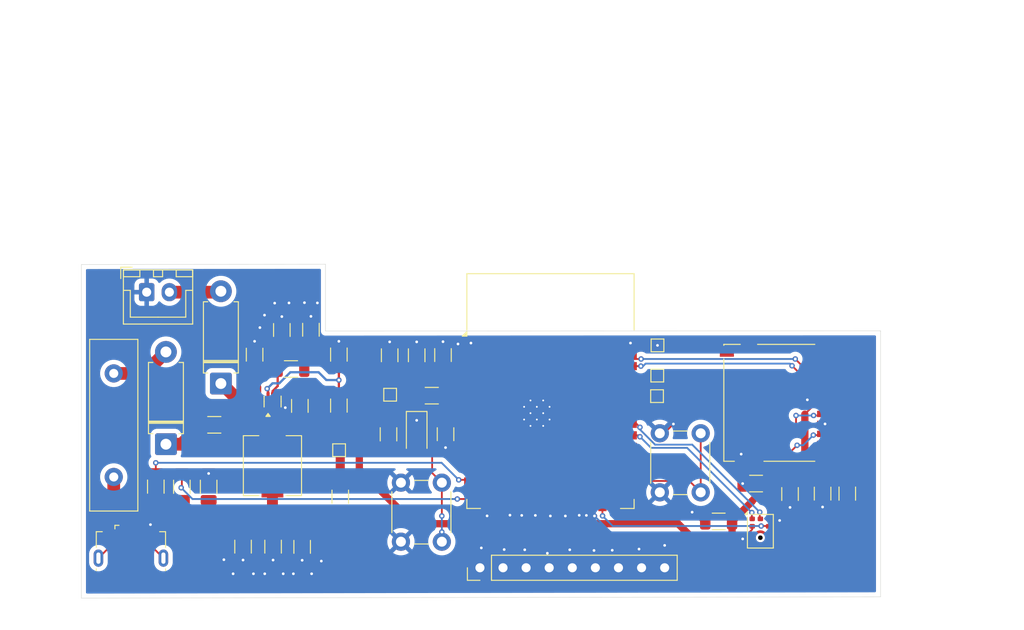
<source format=kicad_pcb>
(kicad_pcb (version 20241229) (generator "pcbnew") (generator_version "9.0")
  (layers (0 "F.Cu" signal) (2 "B.Cu" signal) (13 "F.Paste" user) (15 "B.Paste" user) (5 "F.SilkS" user "F.Silkscreen") (7 "B.SilkS" user "B.Silkscreen") (1 "F.Mask" user) (3 "B.Mask" user) (25 "Edge.Cuts" user))
  (net 0 "")
  (net 1 "GND")
  (net 2 "Net-(D1-K)")
  (net 3 "Net-(U1-SW)")
  (net 4 "Net-(U1-BST)")
  (net 5 "Net-(C5-Pad1)")
  (net 6 "Net-(D1-A)")
  (net 7 "Net-(D2-A)")
  (net 8 "Net-(D2-K)")
  (net 9 "Net-(J1-VBUS)")
  (net 10 "Net-(J1-Shield)")
  (net 11 "Net-(J1-D+)")
  (net 13 "D-")
  (net 14 "D+")
  (net 15 "Net-(U1-FB)")
  (net 16 "Net-(U1-EN)")
  (net 17 "V_BUCK_3V3")
  (net 18 "Net-(J1-D-)")
  (net 19 "EN")
  (net 20 "Net-(D3-A)")
  (net 21 "IO_0_BOOT")
  (net 22 "IO_46_STRAP")
  (net 23 "IO_45_STRAP")
  (net 24 "UART_TX")
  (net 25 "UART_RX")
  (net 26 "IO_6")
  (net 27 "IO_18")
  (net 28 "IO_10")
  (net 29 "IO_12")
  (net 30 "IO_17")
  (net 31 "IO_16")
  (net 32 "IO_5")
  (net 33 "IO_21")
  (net 34 "IO_40")
  (net 35 "IO_4")
  (net 36 "IO_14")
  (net 37 "IO_8")
  (net 38 "IO_47")
  (net 39 "IO_2")
  (net 40 "IO_39")
  (net 41 "IO_3")
  (net 42 "IO_15")
  (net 43 "PSRAM_IO38 (NC)")
  (net 44 "IO_42")
  (net 45 "IO_7")
  (net 46 "PSRAM_IO37 (NC)")
  (net 47 "IO_9")
  (net 48 "IO_41")
  (net 49 "IO_11")
  (net 50 "PSRAM_IO35 (NC)")
  (net 51 "IO_13")
  (net 52 "PSRAM_IO36 (NC)")
  (net 54 "CS")
  (net 56 "IO_48")
  (footprint "Resistor_SMD:R_1206_3216Metric" (layer "F.Cu") (at 60.9854 164.592 90)
    (property "Reference" "R3" (hide yes))
    (property "Value" "82K" (hide yes))
  )
  (footprint "Capacitor_SMD:C_1206_3216Metric" (layer "F.Cu") (at 72.4408 164.6446 90)
    (property "Reference" "C8" (hide yes))
    (property "Value" "0.1uF" (hide yes))
  )
  (footprint "Resistor_SMD:R_1206_3216Metric" (layer "F.Cu") (at 61.1378 180.2384 90)
    (property "Reference" "R7" (hide yes))
    (property "Value" "0" (hide yes))
  )
  (footprint "Capacitor_SMD:C_1206_3216Metric" (layer "F.Cu") (at 56.6928 170.2397 -90)
    (property "Reference" "C4" (hide yes))
    (property "Value" "0.1uF" (hide yes))
  )
  (footprint "Inductor_SMD:L_6.3x6.3_H3" (layer "F.Cu") (at 53.6782 176.8193 -90)
    (property "Reference" "L1" (hide yes))
    (property "Value" "1uH" (hide yes))
  )
  (footprint "Resistor_SMD:R_1206_3216Metric" (layer "F.Cu") (at 60.9854 170.2054 -90)
    (property "Reference" "R4" (hide yes))
    (property "Value" "390K" (hide yes))
  )
  (footprint "Connector_JST:JST_XH_B2B-XH-A_1x02_P2.50mm_Vertical" (layer "F.Cu") (at 39.8418 157.7193)
    (property "Reference" "J2" (hide yes))
    (property "Value" "Conn_01x02" (hide yes))
  )
  (footprint "Capacitor_SMD:C_1206_3216Metric" (layer "F.Cu") (at 102.7666 182.9562 180)
    (property "Reference" "C12" (hide yes))
    (property "Value" "1uF" (hide yes))
  )
  (footprint "Resistor_SMD:R_1206_3216Metric" (layer "F.Cu") (at 47.2801 172.3243 180)
    (property "Reference" "R8" (hide yes))
    (property "Value" "0" (hide yes))
  )
  (footprint "Button_Switch_THT:SW_PUSH_6mm" (layer "F.Cu") (at 96.2914 179.7558 90)
    (property "Reference" "SW2" (hide yes))
    (property "Value" "SW_Push" (hide yes))
  )
  (footprint "Resistor_SMD:R_1206_3216Metric" (layer "F.Cu") (at 66.4464 173.3697 -90)
    (property "Reference" "R11" (hide yes))
    (property "Value" "1K" (hide yes))
  )
  (footprint "Capacitor_SMD:C_1206_3216Metric" (layer "F.Cu") (at 53.7486 185.7373 -90)
    (property "Reference" "C5" (hide yes))
    (property "Value" "0.1uF" (hide yes))
  )
  (footprint "Capacitor_SMD:C_1206_3216Metric" (layer "F.Cu") (at 69.5452 164.6664 90)
    (property "Reference" "C11" (hide yes))
    (property "Value" "0.1uF" (hide yes))
  )
  (footprint "Capacitor_SMD:C_1206_3216Metric" (layer "F.Cu") (at 110.6174 179.9412 -90)
    (property "Reference" "C14" (hide yes))
    (property "Value" "10uF" (hide yes))
  )
  (footprint "LED_SMD:LED_1206_3216Metric_Pad1.42x1.75mm_HandSolder" (layer "F.Cu") (at 69.5452 173.3153 -90)
    (property "Reference" "D3" (hide yes))
    (property "Value" "LED" (hide yes))
  )
  (footprint "Button_Switch_THT:SW_PUSH_6mm" (layer "F.Cu") (at 67.8138 185.1914 90)
    (property "Reference" "SW1" (hide yes))
    (property "Value" "SW_Push" (hide yes))
  )
  (footprint "Resistor_SMD:R_1206_3216Metric" (layer "F.Cu") (at 46.6598 179.1462 -90)
    (property "Reference" "R6" (hide yes))
    (property "Value" "0" (hide yes))
  )
  (footprint "Resistor_SMD:R_1206_3216Metric" (layer "F.Cu") (at 71.2069 169.1132)
    (property "Reference" "R10" (hide yes))
    (property "Value" "10k" (hide yes))
  )
  (footprint "Capacitor_SMD:C_1206_3216Metric" (layer "F.Cu") (at 56.9468 185.7591 -90)
    (property "Reference" "C7" (hide yes))
    (property "Value" "22uF" (hide yes))
  )
  (footprint "Sensor_Audio:Knowles_SPH0645LM4H-6_3.5x2.65mm" (layer "F.Cu") (at 107.3548 184.0408)
    (property "Reference" "MK1" (hide yes))
    (property "Value" "SPH0645LM4H" (hide yes))
  )
  (footprint "Capacitor_SMD:C_1206_3216Metric" (layer "F.Cu") (at 106.8814 178.7906 180)
    (property "Reference" "C8" (hide yes))
    (property "Value" "0.1uF" (hide yes))
  )
  (footprint "TestPoint:TestPoint_Pad_1.0x1.0mm" (layer "F.Cu") (at 66.6242 169.0116)
    (property "Reference" "TP7" (hide yes))
    (property "Value" "TestPoint" (hide yes))
  )
  (footprint "Resistor_SMD:R_1206_3216Metric" (layer "F.Cu") (at 116.9162 179.8975 90)
    (property "Reference" "R13" (hide yes))
    (property "Value" "10k" (hide yes))
  )
  (footprint "Diode_THT:D_DO-15_P10.16mm_Horizontal" (layer "F.Cu") (at 41.9608 174.4579 90)
    (property "Reference" "D2" (hide yes))
    (property "Value" "D_Schottky" (hide yes))
  )
  (footprint "Package_TO_SOT_SMD:SOT-563" (layer "F.Cu") (at 53.6956 169.7576 90)
    (property "Reference" "U1" (hide yes))
    (property "Value" "TPS563202S" (hide yes))
  )
  (footprint "Capacitor_SMD:C_1206_3216Metric" (layer "F.Cu") (at 51.7144 164.6009 90)
    (property "Reference" "C3" (hide yes))
    (property "Value" "0.1uF" (hide yes))
  )
  (footprint "Connector_PinHeader_2.54mm:PinHeader_1x09_P2.54mm_Vertical" (layer "F.Cu") (at 76.5048 188.0616 90)
    (property "Reference" "J4" (hide yes))
    (property "Value" "Conn_01x09_Pin" (hide yes))
  )
  (footprint "Capacitor_SMD:C_1206_3216Metric" (layer "F.Cu") (at 54.7116 161.8831 90)
    (property "Reference" "C1" (hide yes))
    (property "Value" "10uF" (hide yes))
  )
  (footprint "TestPoint:TestPoint_Pad_1.0x1.0mm" (layer "F.Cu") (at 96.012 166.9034)
    (property "Reference" "TP4" (hide yes))
    (property "Value" "TestPoint" (hide yes))
  )
  (footprint "Resistor_SMD:R_1206_3216Metric" (layer "F.Cu") (at 43.7134 179.1462 90)
    (property "Reference" "R2" (hide yes))
    (property "Value" "22" (hide yes))
  )
  (footprint "Fuse:Fuse_Littelfuse-LVR100" (layer "F.Cu") (at 36.2204 178.0647 90)
    (property "Reference" "F1" (hide yes))
    (property "Value" "Polyfuse" (hide yes))
  )
  (footprint "Capacitor_SMD:C_1206_3216Metric" (layer "F.Cu") (at 50.4444 185.7355 -90)
    (property "Reference" "C6" (hide yes))
    (property "Value" "22uF" (hide yes))
  )
  (footprint "Capacitor_SMD:C_1206_3216Metric" (layer "F.Cu") (at 57.912 161.8577 90)
    (property "Reference" "C2" (hide yes))
    (property "Value" "10uF" (hide yes))
  )
  (footprint "Capacitor_SMD:C_1206_3216Metric" (layer "F.Cu") (at 114.1988 179.8975 -90)
    (property "Reference" "C13" (hide yes))
    (property "Value" "0.1uF" (hide yes))
  )
  (footprint "Capacitor_SMD:C_1206_3216Metric" (layer "F.Cu") (at 72.7202 173.3568 -90)
    (property "Reference" "C10" (hide yes))
    (property "Value" "1uF" (hide yes))
  )
  (footprint "Connector_USB:USB_Micro-B_GCT_USB3076-30-A" (layer "F.Cu") (at 38.1086 185.8003)
    (property "Reference" "J1" (hide yes))
    (property "Value" "USB_B_Micro" (hide yes))
  )
  (footprint "TestPoint:TestPoint_Pad_1.0x1.0mm" (layer "F.Cu") (at 61.0108 175.1183)
    (property "Reference" "TP1" (hide yes))
    (property "Value" "TestPoint" (hide yes))
  )
  (footprint "Diode_THT:D_DO-15_P10.16mm_Horizontal" (layer "F.Cu") (at 48.006 167.7777 90)
    (property "Reference" "D1" (hide yes))
    (property "Value" "D_Schottky" (hide yes))
  )
  (footprint "RF_Module:ESP32-S3-WROOM-1" (layer "F.Cu") (at 84.2642 168.582)
    (property "Reference" "U2" (hide yes))
    (property "Value" "ESP32-S3-WROOM-1" (hide yes))
  )
  (footprint "Connector_Card:microSD_HC_Hirose_DM3D-SF" (layer "F.Cu") (at 109.1184 169.9006 90)
    (property "Reference" "J3" (hide yes))
    (property "Value" "Micro_SD_Card" (hide yes))
  )
  (footprint "Capacitor_SMD:C_1206_3216Metric" (layer "F.Cu") (at 66.5734 164.6664 90)
    (property "Reference" "C9" (hide yes))
    (property "Value" "10uF" (hide yes))
  )
  (footprint "TestPoint:TestPoint_Pad_1.0x1.0mm" (layer "F.Cu") (at 95.9866 169.164)
    (property "Reference" "TP5" (hide yes))
    (property "Value" "TestPoint" (hide yes))
  )
  (footprint "Resistor_SMD:R_1206_3216Metric" (layer "F.Cu") (at 40.8472 179.128825 90)
    (property "Reference" "R1" (hide yes))
    (property "Value" "22" (hide yes))
  )
  (footprint "TestPoint:TestPoint_Pad_1.0x1.0mm" (layer "F.Cu") (at 96.0374 163.576)
    (property "Reference" "TP6" (hide yes))
    (property "Value" "TestPoint" (hide yes))
  )
  (footprint "Resistor_SMD:R_1206_3216Metric" (layer "F.Cu") (at 55.7169 166.1775 180)
    (property "Reference" "R5" (hide yes))
    (property "Value" "100K" (hide yes))
  )
  (gr_line (start 53.6956 170.5209) (end 53.6956 171.4353) (stroke (width 0.2)) (layer "F.Cu") (net 3))
  (gr_line (start 53.1622 170.4701) (end 52.2478 170.4701) (stroke (width 0.2)) (layer "F.Cu") (net 2))
  (gr_line (start 68.1482 161.996118) (end 120.5738 161.972277) (stroke (width 0.05)) (layer "Edge.Cuts"))
  (gr_line (start 59.5122 154.647864) (end 59.5122 162.000184) (stroke (width 0.05)) (layer "Edge.Cuts"))
  (gr_line (start 32.6644 154.6733) (end 59.5122 154.647864) (stroke (width 0.05)) (layer "Edge.Cuts"))
  (gr_line (start 120.5738 162.052) (end 120.5738 161.972277) (stroke (width 0.05)) (layer "Edge.Cuts"))
  (gr_line (start 68.1482 161.996118) (end 59.5122 162.000045) (stroke (width 0.05)) (layer "Edge.Cuts"))
  (gr_line (start 120.5738 191.262) (end 32.6644 191.4017) (stroke (width 0.05)) (layer "Edge.Cuts"))
  (gr_line (start 120.5738 162.052) (end 120.5738 191.262) (stroke (width 0.05)) (layer "Edge.Cuts"))
  (gr_line (start 32.6644 191.4017) (end 32.6644 154.6733) (stroke (width 0.05)) (layer "Edge.Cuts"))
  (segment (start 54.1956 170.4701) (end 55.0565 170.4701) (width 0.2) (layer "F.Cu") (net 1))
  (segment (start 39.9471 183.3118) (end 40.259 183.3118) (width 0.2) (layer "F.Cu") (net 1))
  (segment (start 105.8752 185.3518) (end 107.895608 185.3518) (width 0.2) (layer "F.Cu") (net 1))
  (segment (start 105.41 184.8866) (end 105.8752 185.3518) (width 0.2) (layer "F.Cu") (net 1))
  (segment (start 106.4548 183.8418) (end 105.41 184.8866) (width 0.2) (layer "F.Cu") (net 1))
  (segment (start 39.4086 184.3503) (end 39.4086 183.8503) (width 0.2) (layer "F.Cu") (net 1))
  (segment (start 75.5142 163.322) (end 74.1934 163.322) (width 0.2) (layer "F.Cu") (net 1))
  (segment (start 96.7716 173.2558) (end 97.79 172.2374) (width 0.2) (layer "F.Cu") (net 1))
  (segment (start 39.4086 183.8503) (end 39.9471 183.3118) (width 0.2) (layer "F.Cu") (net 1))
  (segment (start 93.0142 163.322) (end 93.0656 163.322) (width 0.2) (layer "F.Cu") (net 1))
  (segment (start 100.8634 182.9562) (end 99.8474 181.9402) (width 0.2) (layer "F.Cu") (net 1))
  (segment (start 101.2916 182.9562) (end 100.8634 182.9562) (width 0.2) (layer "F.Cu") (net 1))
  (segment (start 99.8474 181.9402) (end 98.4758 181.9402) (width 0.2) (layer "F.Cu") (net 1))
  (segment (start 108.0168 185.230608) (end 108.0168 184.7508) (width 0.2) (layer "F.Cu") (net 1))
  (segment (start 98.4758 181.9402) (end 96.2914 179.7558) (width 0.2) (layer "F.Cu") (net 1))
  (segment (start 95.7834 163.322) (end 96.0374 163.576) (width 0.2) (layer "F.Cu") (net 1))
  (segment (start 96.2914 173.2558) (end 96.7716 173.2558) (width 0.2) (layer "F.Cu") (net 1))
  (segment (start 74.1934 163.322) (end 74.0918 163.4236) (width 0.2) (layer "F.Cu") (net 1))
  (segment (start 107.895608 185.3518) (end 108.0168 185.230608) (width 0.2) (layer "F.Cu") (net 1))
  (segment (start 55.0565 170.4701) (end 55.0926 170.434) (width 0.2) (layer "F.Cu") (net 1))
  (segment (start 106.4548 183.4988) (end 106.4548 183.8418) (width 0.2) (layer "F.Cu") (net 1))
  (via (at 74.0918 163.4236) (size 0.6) (drill 0.3) (layers "F.Cu" "B.Cu") (net 1))
  (via (at 114.4684 172.2256) (size 0.6) (drill 0.3) (layers "F.Cu" "B.Cu") (net 1))
  (via (at 97.79 172.2374) (size 0.6) (drill 0.3) (layers "F.Cu" "B.Cu") (net 1))
  (via (at 69.5452 163.1914) (size 0.6) (drill 0.3) (layers "F.Cu" "B.Cu") (net 1))
  (via (at 105.2434 175.5506) (size 0.6) (drill 0.3) (layers "F.Cu" "B.Cu") (net 1))
  (via (at 51.7144 163.1259) (size 0.6) (drill 0.3) (layers "F.Cu" "B.Cu") (net 1))
  (via (at 59.055 187.325) (size 0.6) (drill 0.3) (layers "F.Cu" "B.Cu") (net 1))
  (via (at 53.7486 187.2123) (size 0.6) (drill 0.3) (layers "F.Cu" "B.Cu") (net 1))
  (via (at 105.41 184.8866) (size 0.6) (drill 0.3) (layers "F.Cu" "B.Cu") (net 1))
  (via (at 57.912 160.3827) (size 0.6) (drill 0.3) (layers "F.Cu" "B.Cu") (net 1))
  (via (at 55.499 158.9024) (size 0.6) (drill 0.3) (layers "F.Cu" "B.Cu") (net 1))
  (via (at 99.8474 181.9402) (size 0.6) (drill 0.3) (layers "F.Cu" "B.Cu") (net 1))
  (via (at 54.864 188.722) (size 0.6) (drill 0.3) (layers "F.Cu" "B.Cu") (net 1))
  (via (at 55.9816 188.722) (size 0.6) (drill 0.3) (layers "F.Cu" "B.Cu") (net 1))
  (via (at 54.7116 160.4081) (size 0.6) (drill 0.3) (layers "F.Cu" "B.Cu") (net 1))
  (via (at 53.9242 158.9278) (size 0.6) (drill 0.3) (layers "F.Cu" "B.Cu") (net 1))
  (via (at 55.0926 170.434) (size 0.6) (drill 0.3) (layers "F.Cu" "B.Cu") (net 1))
  (via (at 110.6174 181.4162) (size 0.6) (drill 0.3) (layers "F.Cu" "B.Cu") (net 1))
  (via (at 72.4408 163.1696) (size 0.6) (drill 0.3) (layers "F.Cu" "B.Cu") (net 1))
  (via (at 46.6598 177.6837) (size 0.6) (drill 0.3) (layers "F.Cu" "B.Cu") (net 1))
  (via (at 57.2008 158.877) (size 0.6) (drill 0.3) (layers "F.Cu" "B.Cu") (net 1))
  (via (at 60.9854 163.1295) (size 0.6) (drill 0.3) (layers "F.Cu" "B.Cu") (net 1))
  (via (at 72.7202 174.8318) (size 0.6) (drill 0.3) (layers "F.Cu" "B.Cu") (net 1))
  (via (at 51.5874 188.722) (size 0.6) (drill 0.3) (layers "F.Cu" "B.Cu") (net 1))
  (via (at 52.2986 161.6202) (size 0.6) (drill 0.3) (layers "F.Cu" "B.Cu") (net 1))
  (via (at 48.3362 187.1726) (size 0.6) (drill 0.3) (layers "F.Cu" "B.Cu") (net 1))
  (via (at 52.832 188.722) (size 0.6) (drill 0.3) (layers "F.Cu" "B.Cu") (net 1))
  (via (at 69.5452 171.8278) (size 0.6) (drill 0.3) (layers "F.Cu" "B.Cu") (net 1))
  (via (at 57.9882 188.722) (size 0.6) (drill 0.3) (layers "F.Cu" "B.Cu") (net 1))
  (via (at 75.5142 163.322) (size 0.6) (drill 0.3) (layers "F.Cu" "B.Cu") (net 1))
  (via (at 56.9468 187.2341) (size 0.6) (drill 0.3) (layers "F.Cu" "B.Cu") (net 1))
  (via (at 112.522 169.5704) (size 0.6) (drill 0.3) (layers "F.Cu" "B.Cu") (net 1))
  (via (at 114.1988 181.3725) (size 0.6) (drill 0.3) (layers "F.Cu" "B.Cu") (net 1))
  (via (at 52.8066 160.2486) (size 0.6) (drill 0.3) (layers "F.Cu" "B.Cu") (net 1))
  (via (at 49.3522 188.722) (size 0.6) (drill 0.3) (layers "F.Cu" "B.Cu") (net 1))
  (via (at 40.259 183.3118) (size 0.6) (drill 0.3) (layers "F.Cu" "B.Cu") (net 1))
  (via (at 109.474 182.8546) (size 0.6) (drill 0.3) (layers "F.Cu" "B.Cu") (net 1))
  (via (at 96.0374 163.576) (size 0.6) (drill 0.3) (layers "F.Cu" "B.Cu") (net 1))
  (via (at 66.5734 163.1914) (size 0.6) (drill 0.3) (layers "F.Cu" "B.Cu") (net 1))
  (via (at 93.0656 163.322) (size 0.6) (drill 0.3) (layers "F.Cu" "B.Cu") (net 1))
  (via (at 105.4064 178.7906) (size 0.6) (drill 0.3) (layers "F.Cu" "B.Cu") (net 1))
  (via (at 50.4444 187.2105) (size 0.6) (drill 0.3) (layers "F.Cu" "B.Cu") (net 1))
  (via (at 58.6232 158.9024) (size 0.6) (drill 0.3) (layers "F.Cu" "B.Cu") (net 1))
  (segment (start 51.7398 168.2095) (end 51.7144 168.1841) (width 1.4) (layer "F.Cu") (net 2))
  (segment (start 51.7144 168.1841) (end 51.7144 166.0759) (width 0.8) (layer "F.Cu") (net 2))
  (segment (start 57.912 164.3995) (end 57.912 163.3327) (width 0.4) (layer "F.Cu") (net 2))
  (segment (start 57.1794 166.1775) (end 57.1794 165.1321) (width 0.4) (layer "F.Cu") (net 2))
  (segment (start 50.7746 170.4701) (end 51.7398 170.4701) (width 1.4) (layer "F.Cu") (net 2))
  (segment (start 54.4322 163.3581) (end 54.7116 163.3581) (width 0.4) (layer "F.Cu") (net 2))
  (segment (start 57.1794 165.1321) (end 57.912 164.3995) (width 0.4) (layer "F.Cu") (net 2))
  (segment (start 54.7116 163.3581) (end 57.8866 163.3581) (width 0.8) (layer "F.Cu") (net 2))
  (segment (start 48.006 167.7777) (end 48.006 168.2603) (width 1.4) (layer "F.Cu") (net 2))
  (segment (start 48.006 167.7777) (end 48.0822 167.7777) (width 1.4) (layer "F.Cu") (net 2))
  (segment (start 48.7426 172.3243) (end 50.5968 170.4701) (width 1.4) (layer "F.Cu") (net 2))
  (segment (start 50.5968 170.4701) (end 50.7746 170.4701) (width 1.4) (layer "F.Cu") (net 2))
  (segment (start 51.7144 166.0759) (end 54.4322 163.3581) (width 0.8) (layer "F.Cu") (net 2))
  (segment (start 48.0822 167.7777) (end 50.7746 170.4701) (width 1.4) (layer "F.Cu") (net 2))
  (segment (start 51.7398 170.4701) (end 51.7398 168.2095) (width 1.4) (layer "F.Cu") (net 2))
  (segment (start 57.8866 163.3581) (end 57.912 163.3327) (width 0.8) (layer "F.Cu") (net 2))
  (segment (start 56.5658 171.7147) (end 53.688876 171.7147) (width 1) (layer "F.Cu") (net 3))
  (segment (start 53.688876 171.7147) (end 53.6782 171.725376) (width 1) (layer "F.Cu") (net 3))
  (segment (start 53.6782 174.0693) (end 53.6782 171.725376) (width 1.2) (layer "F.Cu") (net 3))
  (segment (start 55.1652 168.7647) (end 54.558843 168.7647) (width 0.25) (layer "F.Cu") (net 4))
  (segment (start 55.1688 168.7683) (end 55.1724 168.7647) (width 0.6) (layer "F.Cu") (net 4))
  (segment (start 54.417421 168.823279) (end 54.1956 169.0451) (width 0.25) (layer "F.Cu") (net 4))
  (segment (start 55.1688 168.7683) (end 55.1652 168.7647) (width 0.25) (layer "F.Cu") (net 4))
  (segment (start 55.1724 168.7647) (end 56.6928 168.7647) (width 0.6) (layer "F.Cu") (net 4))
  (arc (start 54.558843 168.7647) (mid 54.482306 168.779924) (end 54.417421 168.823279) (width 0.25) (layer "F.Cu") (net 4))
  (segment (start 53.6782 181.6715) (end 53.7486 181.7419) (width 1.2) (layer "F.Cu") (net 5))
  (segment (start 50.4444 184.2605) (end 53.0334 181.6715) (width 0.8) (layer "F.Cu") (net 5))
  (segment (start 57.658 181.6715) (end 57.6874 181.7009) (width 1) (layer "F.Cu") (net 5))
  (segment (start 53.6448 184.1861) (end 53.721 184.2623) (width 0.8) (layer "F.Cu") (net 5))
  (segment (start 53.6702 179.5773) (end 53.6782 179.5693) (width 1) (layer "F.Cu") (net 5))
  (segment (start 53.6782 181.6715) (end 54.3342 181.6715) (width 1) (layer "F.Cu") (net 5))
  (segment (start 53.6782 181.6715) (end 57.658 181.6715) (width 1) (layer "F.Cu") (net 5))
  (segment (start 53.6782 179.5693) (end 53.6782 181.6715) (width 1.2) (layer "F.Cu") (net 5))
  (segment (start 57.6874 181.7009) (end 61.1378 181.7009) (width 1) (layer "F.Cu") (net 5))
  (segment (start 53.0334 181.6715) (end 53.6782 181.6715) (width 1) (layer "F.Cu") (net 5))
  (segment (start 53.7486 181.7419) (end 53.7486 184.2623) (width 0.8) (layer "F.Cu") (net 5))
  (segment (start 54.3342 181.6715) (end 56.9468 184.2841) (width 0.8) (layer "F.Cu") (net 5))
  (segment (start 42.3418 157.7193) (end 47.9044 157.7193) (width 1.4) (layer "F.Cu") (net 6))
  (segment (start 47.9044 157.7193) (end 48.006 157.6177) (width 1.4) (layer "F.Cu") (net 6))
  (segment (start 36.2204 166.6647) (end 39.594002 166.6647) (width 1.4) (layer "F.Cu") (net 7))
  (segment (start 39.594002 166.6647) (end 41.960801 164.297901) (width 1.4) (layer "F.Cu") (net 7))
  (segment (start 44.6238 173.5181) (end 45.8176 172.3243) (width 0.8) (layer "F.Cu") (net 8))
  (segment (start 43.684 174.4579) (end 44.6238 173.5181) (width 1.4) (layer "F.Cu") (net 8))
  (segment (start 41.9608 174.4579) (end 43.684 174.4579) (width 1.4) (layer "F.Cu") (net 8))
  (segment (start 36.2204 178.0647) (end 36.2204 182.1033) (width 1.4) (layer "F.Cu") (net 9))
  (segment (start 36.2204 182.1033) (end 36.2204 183.0685) (width 0.4) (layer "F.Cu") (net 9))
  (segment (start 36.2204 183.0685) (end 36.7538 183.6019) (width 0.4) (layer "F.Cu") (net 9))
  (segment (start 42.4982 184.7703) (end 40.4286 184.7703) (width 0.2) (layer "F.Cu") (net 10))
  (segment (start 36.9836 187.0003) (end 35.7886 185.8053) (width 0.2) (layer "F.Cu") (net 10))
  (segment (start 35.7886 185.7453) (end 34.5336 187.0003) (width 0.2) (layer "F.Cu") (net 10))
  (segment (start 39.2336 187.0003) (end 36.9836 187.0003) (width 0.2) (layer "F.Cu") (net 10))
  (segment (start 35.7886 185.8053) (end 35.7886 184.7703) (width 0.2) (layer "F.Cu") (net 10))
  (segment (start 40.4286 184.7703) (end 40.4286 185.8053) (width 0.2) (layer "F.Cu") (net 10))
  (segment (start 35.7886 184.7703) (end 35.7886 185.7453) (width 0.2) (layer "F.Cu") (net 10))
  (segment (start 40.4286 185.8053) (end 39.2336 187.0003) (width 0.2) (layer "F.Cu") (net 10))
  (segment (start 46.6598 180.6087) (end 42.4982 184.7703) (width 0.2) (layer "F.Cu") (net 10))
  (segment (start 40.4286 185.7453) (end 41.6836 187.0003) (width 0.2) (layer "F.Cu") (net 10))
  (segment (start 40.4286 184.7703) (end 40.4286 185.7453) (width 0.2) (layer "F.Cu") (net 10))
  (segment (start 42.4581 181.864) (end 39.6949 181.864) (width 0.2) (layer "F.Cu") (net 11))
  (segment (start 43.7134 180.6087) (end 42.4581 181.864) (width 0.2) (layer "F.Cu") (net 11))
  (segment (start 38.1086 183.4503) (end 38.1086 184.3503) (width 0.2) (layer "F.Cu") (net 11))
  (segment (start 39.6949 181.864) (end 38.1086 183.4503) (width 0.2) (layer "F.Cu") (net 11))
  (segment (start 74.168 178.3842) (end 75.3364 178.3842) (width 0.2) (layer "F.Cu") (net 13))
  (segment (start 40.8472 177.666325) (end 40.8472 176.5086) (width 0.2) (layer "F.Cu") (net 13))
  (segment (start 75.3364 178.3842) (end 75.5142 178.562) (width 0.2) (layer "F.Cu") (net 13))
  (segment (start 40.8472 176.5086) (end 40.8432 176.5046) (width 0.2) (layer "F.Cu") (net 13))
  (via (at 40.8432 176.5046) (size 0.6) (drill 0.3) (layers "F.Cu" "B.Cu") (net 13))
  (via (at 74.168 178.3842) (size 0.6) (drill 0.3) (layers "F.Cu" "B.Cu") (net 13))
  (segment (start 72.2884 176.5046) (end 74.168 178.3842) (width 0.2) (layer "B.Cu") (net 13))
  (segment (start 40.8432 176.5046) (end 72.2884 176.5046) (width 0.2) (layer "B.Cu") (net 13))
  (segment (start 43.7134 179.1716) (end 43.6372 179.2478) (width 0.2) (layer "F.Cu") (net 14))
  (segment (start 74.8538 180.4924) (end 75.5142 179.832) (width 0.2) (layer "F.Cu") (net 14))
  (segment (start 74.0156 180.4924) (end 74.8538 180.4924) (width 0.2) (layer "F.Cu") (net 14))
  (segment (start 43.7134 177.6837) (end 43.7134 179.1716) (width 0.2) (layer "F.Cu") (net 14))
  (via (at 74.0156 180.4924) (size 0.6) (drill 0.3) (layers "F.Cu" "B.Cu") (net 14))
  (via (at 43.6372 179.2478) (size 0.6) (drill 0.3) (layers "F.Cu" "B.Cu") (net 14))
  (segment (start 44.8818 180.4924) (end 74.0156 180.4924) (width 0.2) (layer "B.Cu") (net 14))
  (segment (start 43.6372 179.2478) (end 44.8818 180.4924) (width 0.2) (layer "B.Cu") (net 14))
  (segment (start 53.1956 168.537302) (end 53.096417 168.438119) (width 0.25) (layer "F.Cu") (net 15))
  (segment (start 60.9854 168.7429) (end 60.9854 167.3967) (width 0.25) (layer "F.Cu") (net 15))
  (segment (start 53.096417 168.438119) (end 53.096417 168.346337) (width 0.25) (layer "F.Cu") (net 15))
  (segment (start 53.1956 169.0451) (end 53.1956 168.537302) (width 0.25) (layer "F.Cu") (net 15))
  (segment (start 60.9854 167.3967) (end 60.9854 166.0545) (width 0.25) (layer "F.Cu") (net 15))
  (segment (start 53.179782 169.029282) (end 53.1956 169.0451) (width 0.25) (layer "F.Cu") (net 15))
  (via (at 53.096417 168.346337) (size 0.6) (drill 0.3) (layers "F.Cu" "B.Cu") (net 15))
  (via (at 60.9854 167.3967) (size 0.6) (drill 0.3) (layers "F.Cu" "B.Cu") (net 15))
  (segment (start 54.4322 167.7523) (end 55.6514 166.5331) (width 0.25) (layer "B.Cu") (net 15))
  (segment (start 53.096417 168.346337) (end 53.690454 167.7523) (width 0.25) (layer "B.Cu") (net 15))
  (segment (start 53.096417 168.438119) (end 53.096417 168.346337) (width 0.25) (layer "B.Cu") (net 15))
  (segment (start 58.7502 166.5331) (end 59.6138 167.3967) (width 0.25) (layer "B.Cu") (net 15))
  (segment (start 55.6514 166.5331) (end 58.7502 166.5331) (width 0.25) (layer "B.Cu") (net 15))
  (segment (start 53.690454 167.7523) (end 54.4322 167.7523) (width 0.25) (layer "B.Cu") (net 15))
  (segment (start 59.6138 167.3967) (end 60.9854 167.3967) (width 0.25) (layer "B.Cu") (net 15))
  (segment (start 54.2544 168.0571) (end 54.2544 166.1775) (width 0.25) (layer "F.Cu") (net 16))
  (segment (start 53.6956 168.6159) (end 54.2544 168.0571) (width 0.25) (layer "F.Cu") (net 16))
  (segment (start 53.6956 169.0451) (end 53.6956 168.6159) (width 0.25) (layer "F.Cu") (net 16))
  (segment (start 61.0108 175.1183) (end 63.2353 175.1183) (width 0.8) (layer "F.Cu") (net 17))
  (segment (start 73.9684 164.8892) (end 73.9684 164.592) (width 0.8) (layer "F.Cu") (net 17))
  (segment (start 106.426 180.7718) (end 104.2416 182.9562) (width 0.8) (layer "F.Cu") (net 17))
  (segment (start 98.298 183.2102) (end 100.4316 185.3438) (width 0.8) (layer "F.Cu") (net 17))
  (segment (start 61.0108 175.1183) (end 61.0108 171.6933) (width 0.8) (layer "F.Cu") (net 17))
  (segment (start 108.3564 178.7906) (end 108.3564 181.3814) (width 0.8) (layer "F.Cu") (net 17))
  (segment (start 108.3564 181.7878) (end 108.2548 181.8894) (width 0.2) (layer "F.Cu") (net 17))
  (segment (start 106.426 180.721) (end 108.3564 178.7906) (width 0.8) (layer "F.Cu") (net 17))
  (segment (start 112.2466 176.4886) (end 114.1988 178.4408) (width 0.8) (layer "F.Cu") (net 17))
  (segment (start 61.1378 178.7759) (end 61.1378 175.2453) (width 1) (layer "F.Cu") (net 17))
  (segment (start 114.1734 178.4662) (end 114.1988 178.4408) (width 0.8) (layer "F.Cu") (net 17))
  (segment (start 106.426 180.721) (end 106.426 180.7718) (width 0.8) (layer "F.Cu") (net 17))
  (segment (start 66.5952 166.1196) (end 66.5734 166.1414) (width 0.2) (layer "F.Cu") (net 17))
  (segment (start 110.293 178.7906) (end 110.6174 178.4662) (width 0.8) (layer "F.Cu") (net 17))
  (segment (start 72.4408 166.1196) (end 66.5952 166.1196) (width 0.8) (layer "F.Cu") (net 17))
  (segment (start 113.8468 178.4408) (end 114.1988 178.4408) (width 0.8) (layer "F.Cu") (net 17))
  (segment (start 113.372 170.0256) (end 114.4684 170.0256) (width 0.2) (layer "F.Cu") (net 17))
  (segment (start 114.1988 178.4225) (end 116.9037 178.4225) (width 0.8) (layer "F.Cu") (net 17))
  (segment (start 110.6174 178.4662) (end 114.1734 178.4662) (width 0.8) (layer "F.Cu") (net 17))
  (segment (start 108.2548 181.8894) (end 108.2548 182.6768) (width 0.2) (layer "F.Cu") (net 17))
  (segment (start 66.6242 169.0116) (end 69.6428 169.0116) (width 0.8) (layer "F.Cu") (net 17))
  (segment (start 66.5734 168.9608) (end 66.6242 169.0116) (width 0.2) (layer "F.Cu") (net 17))
  (segment (start 108.3564 178.7906) (end 110.293 178.7906) (width 0.8) (layer "F.Cu") (net 17))
  (segment (start 69.7444 169.1132) (end 69.2404 169.1132) (width 0.8) (layer "F.Cu") (net 17))
  (segment (start 116.9037 178.4225) (end 116.9162 178.435) (width 0.8) (layer "F.Cu") (net 17))
  (segment (start 100.4316 185.3438) (end 104.2416 185.3438) (width 0.8) (layer "F.Cu") (net 17))
  (segment (start 112.2466 171.151) (end 112.2466 176.4886) (width 0.8) (layer "F.Cu") (net 17))
  (segment (start 108.3564 181.3814) (end 108.3564 181.7878) (width 0.2) (layer "F.Cu") (net 17))
  (segment (start 104.2416 185.3438) (end 104.2416 182.9562) (width 0.8) (layer "F.Cu") (net 17))
  (segment (start 73.9684 164.592) (end 72.4408 166.1196) (width 0.2) (layer "F.Cu") (net 17))
  (segment (start 73.9684 164.592) (end 75.5142 164.592) (width 0.2) (layer "F.Cu") (net 17))
  (segment (start 63.2353 177.2305) (end 69.215 183.2102) (width 0.8) (layer "F.Cu") (net 17))
  (segment (start 110.5158 178.3646) (end 110.6174 178.4662) (width 0.8) (layer "F.Cu") (net 17))
  (segment (start 69.6428 169.0116) (end 69.7444 169.1132) (width 0.2) (layer "F.Cu") (net 17))
  (segment (start 69.2404 169.1132) (end 66.4464 171.9072) (width 0.8) (layer "F.Cu") (net 17))
  (segment (start 63.2353 175.1183) (end 66.4464 171.9072) (width 0.8) (layer "F.Cu") (net 17))
  (segment (start 69.215 183.2102) (end 98.298 183.2102) (width 0.8) (layer "F.Cu") (net 17))
  (segment (start 69.7444 169.1132) (end 73.9684 164.8892) (width 0.8) (layer "F.Cu") (net 17))
  (segment (start 63.2353 175.1183) (end 63.2353 177.2305) (width 0.8) (layer "F.Cu") (net 17))
  (segment (start 112.2466 171.151) (end 113.372 170.0256) (width 0.2) (layer "F.Cu") (net 17))
  (segment (start 37.4586 183.104925) (end 37.4586 184.3503) (width 0.2) (layer "F.Cu") (net 18))
  (segment (start 39.9722 180.591325) (end 37.4586 183.104925) (width 0.2) (layer "F.Cu") (net 18))
  (segment (start 40.8472 180.591325) (end 39.9722 180.591325) (width 0.2) (layer "F.Cu") (net 18))
  (segment (start 72.6694 169.1132) (end 72.6694 171.831) (width 0.2) (layer "F.Cu") (net 19))
  (segment (start 71.247 170.5356) (end 71.247 177.6246) (width 0.2) (layer "F.Cu") (net 19))
  (segment (start 75.5142 165.862) (end 75.2142 165.862) (width 0.2) (layer "F.Cu") (net 19))
  (segment (start 72.3138 184.1246) (end 72.3138 185.1914) (width 0.2) (layer "F.Cu") (net 19))
  (segment (start 75.2142 165.862) (end 72.6694 168.4068) (width 0.2) (layer "F.Cu") (net 19))
  (segment (start 71.247 177.6246) (end 72.3138 178.6914) (width 0.2) (layer "F.Cu") (net 19))
  (segment (start 72.6694 171.831) (end 72.7202 171.8818) (width 0.2) (layer "F.Cu") (net 19))
  (segment (start 72.5932 169.1132) (end 72.6694 169.1132) (width 0.2) (layer "F.Cu") (net 19))
  (segment (start 72.3138 178.6914) (end 72.3138 182.3602) (width 0.2) (layer "F.Cu") (net 19))
  (segment (start 72.6694 169.1132) (end 71.247 170.5356) (width 0.2) (layer "F.Cu") (net 19))
  (segment (start 72.6694 168.4068) (end 72.6694 169.1132) (width 0.2) (layer "F.Cu") (net 19))
  (via (at 72.3138 184.1246) (size 0.6) (drill 0.3) (layers "F.Cu" "B.Cu") (net 19))
  (via (at 72.3138 182.3602) (size 0.6) (drill 0.3) (layers "F.Cu" "B.Cu") (net 19))
  (segment (start 72.3138 182.3602) (end 72.3138 184.1246) (width 0.2) (layer "B.Cu") (net 19))
  (segment (start 69.5158 174.8322) (end 69.5452 174.8028) (width 0.2) (layer "F.Cu") (net 20))
  (segment (start 66.4464 174.8322) (end 69.5158 174.8322) (width 0.2) (layer "F.Cu") (net 20))
  (segment (start 99.5404 178.5048) (end 100.7914 179.7558) (width 0.2) (layer "F.Cu") (net 21))
  (segment (start 93.0142 179.832) (end 93.3142 179.832) (width 0.2) (layer "F.Cu") (net 21))
  (segment (start 94.6414 178.5048) (end 99.5404 178.5048) (width 0.2) (layer "F.Cu") (net 21))
  (segment (start 93.3142 179.832) (end 94.6414 178.5048) (width 0.2) (layer "F.Cu") (net 21))
  (segment (start 100.7914 179.7558) (end 100.7914 173.2558) (width 0.2) (layer "F.Cu") (net 21))
  (segment (start 93.0142 167.132) (end 95.6056 167.132) (width 0.2) (layer "F.Cu") (net 24))
  (segment (start 95.2246 168.402) (end 95.9866 169.164) (width 0.2) (layer "F.Cu") (net 25))
  (segment (start 93.0142 168.402) (end 95.2246 168.402) (width 0.2) (layer "F.Cu") (net 25))
  (segment (start 81.0892 181.082) (end 81.0892 182.2828) (width 0.2) (layer "F.Cu") (net 28))
  (segment (start 81.0892 182.2828) (end 81.1022 182.2958) (width 0.2) (layer "F.Cu") (net 28))
  (segment (start 81.5848 186.2328) (end 81.5848 188.0616) (width 0.2) (layer "F.Cu") (net 28))
  (segment (start 81.4324 186.0804) (end 81.5848 186.2328) (width 0.2) (layer "F.Cu") (net 28))
  (via (at 81.4324 186.0804) (size 0.6) (drill 0.3) (layers "F.Cu" "B.Cu") (net 28))
  (via (at 81.1022 182.2958) (size 0.6) (drill 0.3) (layers "F.Cu" "B.Cu") (net 28))
  (segment (start 81.1022 182.2958) (end 81.1022 185.7502) (width 0.2) (layer "B.Cu") (net 28))
  (segment (start 81.1022 185.7502) (end 81.4324 186.0804) (width 0.2) (layer "B.Cu") (net 28))
  (segment (start 83.6292 181.082) (end 83.6292 181.7376) (width 0.2) (layer "F.Cu") (net 29))
  (segment (start 86.6648 186.3598) (end 86.6648 188.0616) (width 0.2) (layer "F.Cu") (net 29))
  (segment (start 83.6292 181.7376) (end 84.2518 182.3602) (width 0.2) (layer "F.Cu") (net 29))
  (segment (start 86.3854 186.0804) (end 86.6648 186.3598) (width 0.2) (layer "F.Cu") (net 29))
  (via (at 84.2518 182.3602) (size 0.6) (drill 0.3) (layers "F.Cu" "B.Cu") (net 29))
  (via (at 86.3854 186.0804) (size 0.6) (drill 0.3) (layers "F.Cu" "B.Cu") (net 29))
  (segment (start 84.2518 182.3602) (end 86.3854 184.4938) (width 0.2) (layer "B.Cu") (net 29))
  (segment (start 86.3854 184.4938) (end 86.3854 186.0804) (width 0.2) (layer "B.Cu") (net 29))
  (segment (start 94.0054 186.0042) (end 93.9292 186.0804) (width 0.2) (layer "F.Cu") (net 33))
  (segment (start 87.4392 181.382) (end 88.2142 182.157) (width 0.2) (layer "F.Cu") (net 33))
  (segment (start 87.4392 181.082) (end 87.4392 181.382) (width 0.2) (layer "F.Cu") (net 33))
  (segment (start 88.2142 182.157) (end 88.2142 182.2958) (width 0.2) (layer "F.Cu") (net 33))
  (segment (start 93.9292 187.706) (end 94.2848 188.0616) (width 0.2) (layer "F.Cu") (net 33))
  (segment (start 93.9292 186.0804) (end 93.9292 187.706) (width 0.2) (layer "F.Cu") (net 33))
  (via (at 94.0054 186.0042) (size 0.6) (drill 0.3) (layers "F.Cu" "B.Cu") (net 33))
  (via (at 88.2142 182.2958) (size 0.6) (drill 0.3) (layers "F.Cu" "B.Cu") (net 33))
  (segment (start 88.2142 182.9308) (end 88.2142 182.2958) (width 0.2) (layer "B.Cu") (net 33))
  (segment (start 93.9038 185.9026) (end 91.61 185.9026) (width 0.2) (layer "B.Cu") (net 33))
  (segment (start 91.61 185.9026) (end 91.61 185.902968) (width 0.2) (layer "B.Cu") (net 33))
  (segment (start 91.152432 185.4454) (end 90.7288 185.4454) (width 0.2) (layer "B.Cu") (net 33))
  (segment (start 94.0054 186.0042) (end 93.9038 185.9026) (width 0.2) (layer "B.Cu") (net 33))
  (segment (start 91.61 185.902968) (end 91.152432 185.4454) (width 0.2) (layer "B.Cu") (net 33))
  (segment (start 90.7288 185.4454) (end 88.2142 182.9308) (width 0.2) (layer "B.Cu") (net 33))
  (segment (start 107.2896 182.6116) (end 107.3548 182.6768) (width 0.2) (layer "F.Cu") (net 34))
  (segment (start 93.726 172.212) (end 94.107 172.593) (width 0.2) (layer "F.Cu") (net 34))
  (segment (start 93.0142 172.212) (end 93.726 172.212) (width 0.2) (layer "F.Cu") (net 34))
  (segment (start 107.2896 181.9402) (end 107.2896 182.6116) (width 0.2) (layer "F.Cu") (net 34))
  (via (at 94.107 172.593) (size 0.6) (drill 0.3) (layers "F.Cu" "B.Cu") (net 34))
  (via (at 107.2896 181.9402) (size 0.6) (drill 0.3) (layers "F.Cu" "B.Cu") (net 34))
  (segment (start 94.107 172.593) (end 94.107 172.840582) (width 0.2) (layer "B.Cu") (net 34))
  (segment (start 95.773218 174.5068) (end 99.8562 174.5068) (width 0.2) (layer "B.Cu") (net 34))
  (segment (start 94.107 172.840582) (end 95.773218 174.5068) (width 0.2) (layer "B.Cu") (net 34))
  (segment (start 99.8562 174.5068) (end 107.2896 181.9402) (width 0.2) (layer "B.Cu") (net 34))
  (segment (start 86.1692 181.514) (end 86.937202 182.282002) (width 0.2) (layer "F.Cu") (net 36))
  (segment (start 86.1692 181.082) (end 86.1692 181.514) (width 0.2) (layer "F.Cu") (net 36))
  (segment (start 91.059 186.1312) (end 91.7448 186.817) (width 0.2) (layer "F.Cu") (net 36))
  (segment (start 86.937202 182.282002) (end 87.4268 182.282002) (width 0.2) (layer "F.Cu") (net 36))
  (segment (start 91.7448 186.817) (end 91.7448 188.0616) (width 0.2) (layer "F.Cu") (net 36))
  (via (at 91.059 186.1312) (size 0.6) (drill 0.3) (layers "F.Cu" "B.Cu") (net 36))
  (via (at 87.4268 182.282002) (size 0.6) (drill 0.3) (layers "F.Cu" "B.Cu") (net 36))
  (segment (start 90.3732 186.1312) (end 91.059 186.1312) (width 0.2) (layer "B.Cu") (net 36))
  (segment (start 87.4268 183.1848) (end 90.3732 186.1312) (width 0.2) (layer "B.Cu") (net 36))
  (segment (start 87.4268 182.282002) (end 87.4268 183.1848) (width 0.2) (layer "B.Cu") (net 36))
  (segment (start 88.7092 181.082) (end 88.7092 181.9662) (width 0.2) (layer "F.Cu") (net 38))
  (segment (start 96.8248 185.5978) (end 96.8248 188.0616) (width 0.2) (layer "F.Cu") (net 38))
  (segment (start 88.7092 181.9662) (end 89.1032 182.3602) (width 0.2) (layer "F.Cu") (net 38))
  (via (at 96.8248 185.5978) (size 0.6) (drill 0.3) (layers "F.Cu" "B.Cu") (net 38))
  (via (at 89.1032 182.3602) (size 0.6) (drill 0.3) (layers "F.Cu" "B.Cu") (net 38))
  (segment (start 89.1032 182.3602) (end 92.1962 185.4532) (width 0.2) (layer "B.Cu") (net 38))
  (segment (start 92.1962 185.4532) (end 96.6802 185.4532) (width 0.2) (layer "B.Cu") (net 38))
  (segment (start 96.6802 185.4532) (end 96.8248 185.5978) (width 0.2) (layer "B.Cu") (net 38))
  (segment (start 113.9434 168.9256) (end 114.4684 168.9256) (width 0.2) (layer "F.Cu") (net 39))
  (segment (start 94.2086 165.862) (end 93.0142 165.862) (width 0.2) (layer "F.Cu") (net 39))
  (segment (start 110.8373 165.8195) (end 113.9434 168.9256) (width 0.2) (layer "F.Cu") (net 39))
  (via (at 110.8373 165.8195) (size 0.6) (drill 0.3) (layers "F.Cu" "B.Cu") (net 39))
  (via (at 94.2086 165.862) (size 0.6) (drill 0.3) (layers "F.Cu" "B.Cu") (net 39))
  (segment (start 94.246933 165.823667) (end 94.488936 165.823667) (width 0.2) (layer "B.Cu") (net 39))
  (segment (start 110.6004 165.5826) (end 110.8373 165.8195) (width 0.2) (layer "B.Cu") (net 39))
  (segment (start 94.730003 165.5826) (end 110.6004 165.5826) (width 0.2) (layer "B.Cu") (net 39))
  (segment (start 94.488936 165.823667) (end 94.730003 165.5826) (width 0.2) (layer "B.Cu") (net 39))
  (segment (start 94.2086 165.862) (end 94.246933 165.823667) (width 0.2) (layer "B.Cu") (net 39))
  (segment (start 106.417441 181.982441) (end 106.417441 182.639441) (width 0.2) (layer "F.Cu") (net 40))
  (segment (start 93.9546 173.482) (end 94.107 173.6344) (width 0.2) (layer "F.Cu") (net 40))
  (segment (start 106.417441 182.639441) (end 106.4548 182.6768) (width 0.2) (layer "F.Cu") (net 40))
  (segment (start 93.0142 173.482) (end 93.9546 173.482) (width 0.2) (layer "F.Cu") (net 40))
  (via (at 94.107 173.6344) (size 0.6) (drill 0.3) (layers "F.Cu" "B.Cu") (net 40))
  (via (at 106.417441 181.982441) (size 0.6) (drill 0.3) (layers "F.Cu" "B.Cu") (net 40))
  (segment (start 94.107 173.6344) (end 95.3304 174.8578) (width 0.2) (layer "B.Cu") (net 40))
  (segment (start 99.2928 174.8578) (end 106.417441 181.982441) (width 0.2) (layer "B.Cu") (net 40))
  (segment (start 95.3304 174.8578) (end 99.2928 174.8578) (width 0.2) (layer "B.Cu") (net 40))
  (segment (start 77.2792 182.3336) (end 77.2922 182.3466) (width 0.2) (layer "F.Cu") (net 41))
  (segment (start 76.6572 185.8772) (end 76.5048 186.0296) (width 0.2) (layer "F.Cu") (net 41))
  (segment (start 76.5048 186.0296) (end 76.5048 188.0616) (width 0.2) (layer "F.Cu") (net 41))
  (segment (start 77.2792 181.082) (end 77.2792 182.3336) (width 0.2) (layer "F.Cu") (net 41))
  (via (at 77.2922 182.3466) (size 0.6) (drill 0.3) (layers "F.Cu" "B.Cu") (net 41))
  (via (at 76.6572 185.8772) (size 0.6) (drill 0.3) (layers "F.Cu" "B.Cu") (net 41))
  (segment (start 77.2922 185.2422) (end 76.6572 185.8772) (width 0.2) (layer "B.Cu") (net 41))
  (segment (start 77.2922 182.3466) (end 77.2922 185.2422) (width 0.2) (layer "B.Cu") (net 41))
  (segment (start 93.0142 169.672) (end 93.5832 170.241) (width 0.2) (layer "F.Cu") (net 44))
  (segment (start 93.5832 170.241) (end 101.615964 170.241) (width 0.2) (layer "F.Cu") (net 44))
  (segment (start 106.301564 174.9266) (end 109.635236 174.9266) (width 0.2) (layer "F.Cu") (net 44))
  (segment (start 111.2774 173.284436) (end 111.2774 171.2976) (width 0.2) (layer "F.Cu") (net 44))
  (segment (start 109.635236 174.9266) (end 111.2774 173.284436) (width 0.2) (layer "F.Cu") (net 44))
  (segment (start 113.2078 171.2976) (end 114.2964 171.2976) (width 0.2) (layer "F.Cu") (net 44))
  (segment (start 101.615964 170.241) (end 106.301564 174.9266) (width 0.2) (layer "F.Cu") (net 44))
  (segment (start 114.2964 171.2976) (end 114.4684 171.1256) (width 0.2) (layer "F.Cu") (net 44))
  (via (at 111.2774 171.2976) (size 0.6) (drill 0.3) (layers "F.Cu" "B.Cu") (net 44))
  (via (at 113.2078 171.2976) (size 0.6) (drill 0.3) (layers "F.Cu" "B.Cu") (net 44))
  (segment (start 111.2774 171.2976) (end 113.2078 171.2976) (width 0.2) (layer "B.Cu") (net 44))
  (segment (start 79.1718 186.055) (end 79.0448 186.182) (width 0.2) (layer "F.Cu") (net 47))
  (segment (start 79.8192 182.258) (end 79.8068 182.2704) (width 0.2) (layer "F.Cu") (net 47))
  (segment (start 79.0448 186.182) (end 79.0448 188.0616) (width 0.2) (layer "F.Cu") (net 47))
  (segment (start 79.8192 181.082) (end 79.8192 182.258) (width 0.2) (layer "F.Cu") (net 47))
  (via (at 79.1718 186.055) (size 0.6) (drill 0.3) (layers "F.Cu" "B.Cu") (net 47))
  (via (at 79.8068 182.2704) (size 0.6) (drill 0.3) (layers "F.Cu" "B.Cu") (net 47))
  (segment (start 79.8068 182.2704) (end 79.8068 185.42) (width 0.2) (layer "B.Cu") (net 47))
  (segment (start 79.8068 185.42) (end 79.1718 186.055) (width 0.2) (layer "B.Cu") (net 47))
  (segment (start 104.1146 176.9872) (end 108.9836 176.9872) (width 0.2) (layer "F.Cu") (net 48))
  (segment (start 114.3374 173.4566) (end 114.4684 173.3256) (width 0.2) (layer "F.Cu") (net 48))
  (segment (start 93.0142 170.942) (end 101.4222 170.942) (width 0.2) (layer "F.Cu") (net 48))
  (segment (start 113.1824 173.4566) (end 114.3374 173.4566) (width 0.2) (layer "F.Cu") (net 48))
  (segment (start 108.9836 176.9872) (end 111.3966 174.5742) (width 0.2) (layer "F.Cu") (net 48))
  (segment (start 101.4222 170.942) (end 104.1146 173.6344) (width 0.2) (layer "F.Cu") (net 48))
  (segment (start 104.1146 173.6344) (end 104.1146 176.9872) (width 0.2) (layer "F.Cu") (net 48))
  (via (at 111.3966 174.5742) (size 0.6) (drill 0.3) (layers "F.Cu" "B.Cu") (net 48))
  (via (at 113.1824 173.4566) (size 0.6) (drill 0.3) (layers "F.Cu" "B.Cu") (net 48))
  (segment (start 112.0648 174.5742) (end 113.1824 173.4566) (width 0.2) (layer "B.Cu") (net 48))
  (segment (start 111.3966 174.5742) (end 112.0648 174.5742) (width 0.2) (layer "B.Cu") (net 48))
  (segment (start 83.9216 187.8584) (end 84.1248 188.0616) (width 0.2) (layer "F.Cu") (net 49))
  (segment (start 82.3592 182.0542) (end 82.6008 182.2958) (width 0.2) (layer "F.Cu") (net 49))
  (segment (start 82.3592 181.082) (end 82.3592 182.0542) (width 0.2) (layer "F.Cu") (net 49))
  (segment (start 83.9216 186.4614) (end 83.9216 187.8584) (width 0.2) (layer "F.Cu") (net 49))
  (via (at 82.6008 182.2958) (size 0.6) (drill 0.3) (layers "F.Cu" "B.Cu") (net 49))
  (via (at 83.9216 186.4614) (size 0.6) (drill 0.3) (layers "F.Cu" "B.Cu") (net 49))
  (segment (start 82.6008 182.2958) (end 82.6008 185.1406) (width 0.2) (layer "B.Cu") (net 49))
  (segment (start 82.6008 185.1406) (end 83.9216 186.4614) (width 0.2) (layer "B.Cu") (net 49))
  (segment (start 85.8774 182.3602) (end 85.9028 182.3602) (width 0.2) (layer "F.Cu") (net 51))
  (segment (start 84.8992 181.382) (end 85.8774 182.3602) (width 0.2) (layer "F.Cu") (net 51))
  (segment (start 84.8992 181.082) (end 84.8992 181.382) (width 0.2) (layer "F.Cu") (net 51))
  (segment (start 89.0524 187.9092) (end 89.2048 188.0616) (width 0.2) (layer "F.Cu") (net 51))
  (segment (start 89.0524 186.1566) (end 89.0524 187.9092) (width 0.2) (layer "F.Cu") (net 51))
  (via (at 89.0524 186.1566) (size 0.6) (drill 0.3) (layers "F.Cu" "B.Cu") (net 51))
  (via (at 85.9028 182.3602) (size 0.6) (drill 0.3) (layers "F.Cu" "B.Cu") (net 51))
  (segment (start 85.9028 182.3602) (end 85.9028 183.007) (width 0.2) (layer "B.Cu") (net 51))
  (segment (start 85.9028 183.007) (end 89.0524 186.1566) (width 0.2) (layer "B.Cu") (net 51))
  (segment (start 116.1288 168.859) (end 115.0954 167.8256) (width 0.2) (layer "F.Cu") (net 54))
  (segment (start 116.9162 181.36) (end 117.7504 181.36) (width 0.2) (layer "F.Cu") (net 54))
  (segment (start 116.1288 175.0314) (end 116.1288 168.859) (width 0.2) (layer "F.Cu") (net 54))
  (segment (start 113.9434 167.8256) (end 114.4684 167.8256) (width 0.2) (layer "F.Cu") (net 54))
  (segment (start 93.4988 165.0766) (end 93.0142 164.592) (width 0.2) (layer "F.Cu") (net 54))
  (segment (start 118.5926 180.5178) (end 118.5926 177.4952) (width 0.2) (layer "F.Cu") (net 54))
  (segment (start 111.1944 165.0766) (end 113.9434 167.8256) (width 0.2) (layer "F.Cu") (net 54))
  (segment (start 94.234 165.0766) (end 93.4988 165.0766) (width 0.2) (layer "F.Cu") (net 54))
  (segment (start 117.7504 181.36) (end 118.5926 180.5178) (width 0.2) (layer "F.Cu") (net 54))
  (segment (start 118.5926 177.4952) (end 116.1288 175.0314) (width 0.2) (layer "F.Cu") (net 54))
  (segment (start 115.0954 167.8256) (end 114.4684 167.8256) (width 0.2) (layer "F.Cu") (net 54))
  (via (at 94.234 165.0766) (size 0.6) (drill 0.3) (layers "F.Cu" "B.Cu") (net 54))
  (via (at 111.1944 165.0766) (size 0.6) (drill 0.3) (layers "F.Cu" "B.Cu") (net 54))
  (segment (start 111.1924 165.0746) (end 111.1944 165.0766) (width 0.2) (layer "B.Cu") (net 54))
  (segment (start 94.234 165.0766) (end 94.3356 165.0766) (width 0.2) (layer "B.Cu") (net 54))
  (segment (start 94.3376 165.0746) (end 111.1924 165.0746) (width 0.2) (layer "B.Cu") (net 54))
  (segment (start 94.3356 165.0766) (end 94.3376 165.0746) (width 0.2) (layer "B.Cu") (net 54))
  (segment (start 89.9792 181.082) (end 89.9792 182.3336) (width 0.2) (layer "F.Cu") (net 56))
  (segment (start 108.2202 183.4642) (end 108.2548 183.4988) (width 0.2) (layer "F.Cu") (net 56))
  (segment (start 89.9792 182.3336) (end 89.9922 182.3466) (width 0.2) (layer "F.Cu") (net 56))
  (segment (start 107.442 183.4642) (end 108.2202 183.4642) (width 0.2) (layer "F.Cu") (net 56))
  (via (at 107.442 183.4642) (size 0.6) (drill 0.3) (layers "F.Cu" "B.Cu") (net 56))
  (via (at 89.9922 182.3466) (size 0.6) (drill 0.3) (layers "F.Cu" "B.Cu") (net 56))
  (segment (start 89.9922 182.3466) (end 91.1098 183.4642) (width 0.2) (layer "B.Cu") (net 56))
  (segment (start 91.1098 183.4642) (end 107.442 183.4642) (width 0.2) (layer "B.Cu") (net 56))
  (zone (net 1) (net_name "GND") (layer "B.Cu") (connect_pads (clearance 0.5)) (min_thickness 0.25) (fill yes (thermal_gap 0.5) (thermal_bridge_width 0.5))
    (polygon (pts (xy 29.7942 136.8044) (xy 136.3726 125.5522) (xy 132.776412 194.940505) (xy 23.706854 192.373265) (xy 30.0482 136.6266)))
  )
)
</source>
